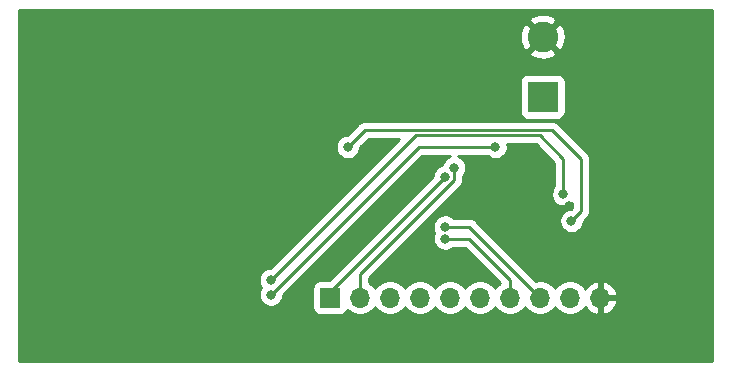
<source format=gbl>
G04 #@! TF.GenerationSoftware,KiCad,Pcbnew,(5.1.5-0)*
G04 #@! TF.CreationDate,2020-02-09T15:42:12-07:00*
G04 #@! TF.ProjectId,dac_proto,6461635f-7072-46f7-946f-2e6b69636164,rev?*
G04 #@! TF.SameCoordinates,Original*
G04 #@! TF.FileFunction,Copper,L2,Bot*
G04 #@! TF.FilePolarity,Positive*
%FSLAX46Y46*%
G04 Gerber Fmt 4.6, Leading zero omitted, Abs format (unit mm)*
G04 Created by KiCad (PCBNEW (5.1.5-0)) date 2020-02-09 15:42:12*
%MOMM*%
%LPD*%
G04 APERTURE LIST*
%ADD10C,2.600000*%
%ADD11R,2.600000X2.600000*%
%ADD12O,1.700000X1.700000*%
%ADD13R,1.700000X1.700000*%
%ADD14C,0.800000*%
%ADD15C,0.250000*%
%ADD16C,0.254000*%
G04 APERTURE END LIST*
D10*
X205000000Y-76920000D03*
D11*
X205000000Y-82000000D03*
D12*
X209860000Y-99000000D03*
X207320000Y-99000000D03*
X204780000Y-99000000D03*
X202240000Y-99000000D03*
X199700000Y-99000000D03*
X197160000Y-99000000D03*
X194620000Y-99000000D03*
X192080000Y-99000000D03*
X189540000Y-99000000D03*
D13*
X187000000Y-99000000D03*
D14*
X207250000Y-91250000D03*
X206750000Y-94000000D03*
X207444999Y-92500000D03*
X188500000Y-86250000D03*
X206750000Y-90250000D03*
X182000000Y-97500000D03*
X196750000Y-94000000D03*
X196750000Y-93000000D03*
X201000000Y-86250000D03*
X182000000Y-98750000D03*
X196750000Y-88750000D03*
X197500000Y-88000000D03*
D15*
X189950009Y-84799991D02*
X188500000Y-86250000D01*
X205799991Y-84799991D02*
X189950009Y-84799991D01*
X208250000Y-87250000D02*
X205799991Y-84799991D01*
X208250000Y-91694999D02*
X208250000Y-87250000D01*
X207444999Y-92500000D02*
X208250000Y-91694999D01*
X182000000Y-97500000D02*
X194250000Y-85250000D01*
X194250000Y-85250000D02*
X204750000Y-85250000D01*
X206750000Y-87250000D02*
X206750000Y-90250000D01*
X204750000Y-85250000D02*
X206750000Y-87250000D01*
X196750000Y-94000000D02*
X198750000Y-94000000D01*
X202240000Y-97490000D02*
X202240000Y-99000000D01*
X198750000Y-94000000D02*
X202240000Y-97490000D01*
X198780000Y-93000000D02*
X204780000Y-99000000D01*
X196750000Y-93000000D02*
X198780000Y-93000000D01*
X194500000Y-86250000D02*
X182000000Y-98750000D01*
X201000000Y-86250000D02*
X194500000Y-86250000D01*
X187000000Y-98500000D02*
X187000000Y-99000000D01*
X196750000Y-88750000D02*
X187000000Y-98500000D01*
X189540000Y-97033002D02*
X189540000Y-99000000D01*
X197500000Y-89073002D02*
X189540000Y-97033002D01*
X197500000Y-88000000D02*
X197500000Y-89073002D01*
D16*
G36*
X219340001Y-104340000D02*
G01*
X160660000Y-104340000D01*
X160660000Y-97398061D01*
X180965000Y-97398061D01*
X180965000Y-97601939D01*
X181004774Y-97801898D01*
X181082795Y-97990256D01*
X181172828Y-98125000D01*
X181082795Y-98259744D01*
X181004774Y-98448102D01*
X180965000Y-98648061D01*
X180965000Y-98851939D01*
X181004774Y-99051898D01*
X181082795Y-99240256D01*
X181196063Y-99409774D01*
X181340226Y-99553937D01*
X181509744Y-99667205D01*
X181698102Y-99745226D01*
X181898061Y-99785000D01*
X182101939Y-99785000D01*
X182301898Y-99745226D01*
X182490256Y-99667205D01*
X182659774Y-99553937D01*
X182803937Y-99409774D01*
X182917205Y-99240256D01*
X182995226Y-99051898D01*
X183035000Y-98851939D01*
X183035000Y-98789801D01*
X194814802Y-87010000D01*
X197185485Y-87010000D01*
X197009744Y-87082795D01*
X196840226Y-87196063D01*
X196696063Y-87340226D01*
X196582795Y-87509744D01*
X196504774Y-87698102D01*
X196495372Y-87745372D01*
X196448102Y-87754774D01*
X196259744Y-87832795D01*
X196090226Y-87946063D01*
X195946063Y-88090226D01*
X195832795Y-88259744D01*
X195754774Y-88448102D01*
X195715000Y-88648061D01*
X195715000Y-88710198D01*
X186913271Y-97511928D01*
X186150000Y-97511928D01*
X186025518Y-97524188D01*
X185905820Y-97560498D01*
X185795506Y-97619463D01*
X185698815Y-97698815D01*
X185619463Y-97795506D01*
X185560498Y-97905820D01*
X185524188Y-98025518D01*
X185511928Y-98150000D01*
X185511928Y-99850000D01*
X185524188Y-99974482D01*
X185560498Y-100094180D01*
X185619463Y-100204494D01*
X185698815Y-100301185D01*
X185795506Y-100380537D01*
X185905820Y-100439502D01*
X186025518Y-100475812D01*
X186150000Y-100488072D01*
X187850000Y-100488072D01*
X187974482Y-100475812D01*
X188094180Y-100439502D01*
X188204494Y-100380537D01*
X188301185Y-100301185D01*
X188380537Y-100204494D01*
X188439502Y-100094180D01*
X188461513Y-100021620D01*
X188593368Y-100153475D01*
X188836589Y-100315990D01*
X189106842Y-100427932D01*
X189393740Y-100485000D01*
X189686260Y-100485000D01*
X189973158Y-100427932D01*
X190243411Y-100315990D01*
X190486632Y-100153475D01*
X190693475Y-99946632D01*
X190810000Y-99772240D01*
X190926525Y-99946632D01*
X191133368Y-100153475D01*
X191376589Y-100315990D01*
X191646842Y-100427932D01*
X191933740Y-100485000D01*
X192226260Y-100485000D01*
X192513158Y-100427932D01*
X192783411Y-100315990D01*
X193026632Y-100153475D01*
X193233475Y-99946632D01*
X193350000Y-99772240D01*
X193466525Y-99946632D01*
X193673368Y-100153475D01*
X193916589Y-100315990D01*
X194186842Y-100427932D01*
X194473740Y-100485000D01*
X194766260Y-100485000D01*
X195053158Y-100427932D01*
X195323411Y-100315990D01*
X195566632Y-100153475D01*
X195773475Y-99946632D01*
X195890000Y-99772240D01*
X196006525Y-99946632D01*
X196213368Y-100153475D01*
X196456589Y-100315990D01*
X196726842Y-100427932D01*
X197013740Y-100485000D01*
X197306260Y-100485000D01*
X197593158Y-100427932D01*
X197863411Y-100315990D01*
X198106632Y-100153475D01*
X198313475Y-99946632D01*
X198430000Y-99772240D01*
X198546525Y-99946632D01*
X198753368Y-100153475D01*
X198996589Y-100315990D01*
X199266842Y-100427932D01*
X199553740Y-100485000D01*
X199846260Y-100485000D01*
X200133158Y-100427932D01*
X200403411Y-100315990D01*
X200646632Y-100153475D01*
X200853475Y-99946632D01*
X200970000Y-99772240D01*
X201086525Y-99946632D01*
X201293368Y-100153475D01*
X201536589Y-100315990D01*
X201806842Y-100427932D01*
X202093740Y-100485000D01*
X202386260Y-100485000D01*
X202673158Y-100427932D01*
X202943411Y-100315990D01*
X203186632Y-100153475D01*
X203393475Y-99946632D01*
X203510000Y-99772240D01*
X203626525Y-99946632D01*
X203833368Y-100153475D01*
X204076589Y-100315990D01*
X204346842Y-100427932D01*
X204633740Y-100485000D01*
X204926260Y-100485000D01*
X205213158Y-100427932D01*
X205483411Y-100315990D01*
X205726632Y-100153475D01*
X205933475Y-99946632D01*
X206050000Y-99772240D01*
X206166525Y-99946632D01*
X206373368Y-100153475D01*
X206616589Y-100315990D01*
X206886842Y-100427932D01*
X207173740Y-100485000D01*
X207466260Y-100485000D01*
X207753158Y-100427932D01*
X208023411Y-100315990D01*
X208266632Y-100153475D01*
X208473475Y-99946632D01*
X208595195Y-99764466D01*
X208664822Y-99881355D01*
X208859731Y-100097588D01*
X209093080Y-100271641D01*
X209355901Y-100396825D01*
X209503110Y-100441476D01*
X209733000Y-100320155D01*
X209733000Y-99127000D01*
X209987000Y-99127000D01*
X209987000Y-100320155D01*
X210216890Y-100441476D01*
X210364099Y-100396825D01*
X210626920Y-100271641D01*
X210860269Y-100097588D01*
X211055178Y-99881355D01*
X211204157Y-99631252D01*
X211301481Y-99356891D01*
X211180814Y-99127000D01*
X209987000Y-99127000D01*
X209733000Y-99127000D01*
X209713000Y-99127000D01*
X209713000Y-98873000D01*
X209733000Y-98873000D01*
X209733000Y-97679845D01*
X209987000Y-97679845D01*
X209987000Y-98873000D01*
X211180814Y-98873000D01*
X211301481Y-98643109D01*
X211204157Y-98368748D01*
X211055178Y-98118645D01*
X210860269Y-97902412D01*
X210626920Y-97728359D01*
X210364099Y-97603175D01*
X210216890Y-97558524D01*
X209987000Y-97679845D01*
X209733000Y-97679845D01*
X209503110Y-97558524D01*
X209355901Y-97603175D01*
X209093080Y-97728359D01*
X208859731Y-97902412D01*
X208664822Y-98118645D01*
X208595195Y-98235534D01*
X208473475Y-98053368D01*
X208266632Y-97846525D01*
X208023411Y-97684010D01*
X207753158Y-97572068D01*
X207466260Y-97515000D01*
X207173740Y-97515000D01*
X206886842Y-97572068D01*
X206616589Y-97684010D01*
X206373368Y-97846525D01*
X206166525Y-98053368D01*
X206050000Y-98227760D01*
X205933475Y-98053368D01*
X205726632Y-97846525D01*
X205483411Y-97684010D01*
X205213158Y-97572068D01*
X204926260Y-97515000D01*
X204633740Y-97515000D01*
X204413593Y-97558790D01*
X199343804Y-92489003D01*
X199320001Y-92459999D01*
X199204276Y-92365026D01*
X199072247Y-92294454D01*
X198928986Y-92250997D01*
X198817333Y-92240000D01*
X198817322Y-92240000D01*
X198780000Y-92236324D01*
X198742678Y-92240000D01*
X197453711Y-92240000D01*
X197409774Y-92196063D01*
X197240256Y-92082795D01*
X197051898Y-92004774D01*
X196851939Y-91965000D01*
X196648061Y-91965000D01*
X196448102Y-92004774D01*
X196259744Y-92082795D01*
X196090226Y-92196063D01*
X195946063Y-92340226D01*
X195832795Y-92509744D01*
X195754774Y-92698102D01*
X195715000Y-92898061D01*
X195715000Y-93101939D01*
X195754774Y-93301898D01*
X195832795Y-93490256D01*
X195839306Y-93500000D01*
X195832795Y-93509744D01*
X195754774Y-93698102D01*
X195715000Y-93898061D01*
X195715000Y-94101939D01*
X195754774Y-94301898D01*
X195832795Y-94490256D01*
X195946063Y-94659774D01*
X196090226Y-94803937D01*
X196259744Y-94917205D01*
X196448102Y-94995226D01*
X196648061Y-95035000D01*
X196851939Y-95035000D01*
X197051898Y-94995226D01*
X197240256Y-94917205D01*
X197409774Y-94803937D01*
X197453711Y-94760000D01*
X198435199Y-94760000D01*
X201430257Y-97755059D01*
X201293368Y-97846525D01*
X201086525Y-98053368D01*
X200970000Y-98227760D01*
X200853475Y-98053368D01*
X200646632Y-97846525D01*
X200403411Y-97684010D01*
X200133158Y-97572068D01*
X199846260Y-97515000D01*
X199553740Y-97515000D01*
X199266842Y-97572068D01*
X198996589Y-97684010D01*
X198753368Y-97846525D01*
X198546525Y-98053368D01*
X198430000Y-98227760D01*
X198313475Y-98053368D01*
X198106632Y-97846525D01*
X197863411Y-97684010D01*
X197593158Y-97572068D01*
X197306260Y-97515000D01*
X197013740Y-97515000D01*
X196726842Y-97572068D01*
X196456589Y-97684010D01*
X196213368Y-97846525D01*
X196006525Y-98053368D01*
X195890000Y-98227760D01*
X195773475Y-98053368D01*
X195566632Y-97846525D01*
X195323411Y-97684010D01*
X195053158Y-97572068D01*
X194766260Y-97515000D01*
X194473740Y-97515000D01*
X194186842Y-97572068D01*
X193916589Y-97684010D01*
X193673368Y-97846525D01*
X193466525Y-98053368D01*
X193350000Y-98227760D01*
X193233475Y-98053368D01*
X193026632Y-97846525D01*
X192783411Y-97684010D01*
X192513158Y-97572068D01*
X192226260Y-97515000D01*
X191933740Y-97515000D01*
X191646842Y-97572068D01*
X191376589Y-97684010D01*
X191133368Y-97846525D01*
X190926525Y-98053368D01*
X190810000Y-98227760D01*
X190693475Y-98053368D01*
X190486632Y-97846525D01*
X190300000Y-97721822D01*
X190300000Y-97347803D01*
X198011003Y-89636801D01*
X198040001Y-89613003D01*
X198088475Y-89553937D01*
X198134974Y-89497279D01*
X198205546Y-89365249D01*
X198249003Y-89221988D01*
X198260000Y-89110335D01*
X198260000Y-89110325D01*
X198263676Y-89073002D01*
X198260000Y-89035679D01*
X198260000Y-88703711D01*
X198303937Y-88659774D01*
X198417205Y-88490256D01*
X198495226Y-88301898D01*
X198535000Y-88101939D01*
X198535000Y-87898061D01*
X198495226Y-87698102D01*
X198417205Y-87509744D01*
X198303937Y-87340226D01*
X198159774Y-87196063D01*
X197990256Y-87082795D01*
X197814515Y-87010000D01*
X200296289Y-87010000D01*
X200340226Y-87053937D01*
X200509744Y-87167205D01*
X200698102Y-87245226D01*
X200898061Y-87285000D01*
X201101939Y-87285000D01*
X201301898Y-87245226D01*
X201490256Y-87167205D01*
X201659774Y-87053937D01*
X201803937Y-86909774D01*
X201917205Y-86740256D01*
X201995226Y-86551898D01*
X202035000Y-86351939D01*
X202035000Y-86148061D01*
X202007538Y-86010000D01*
X204435199Y-86010000D01*
X205990000Y-87564802D01*
X205990001Y-89546288D01*
X205946063Y-89590226D01*
X205832795Y-89759744D01*
X205754774Y-89948102D01*
X205715000Y-90148061D01*
X205715000Y-90351939D01*
X205754774Y-90551898D01*
X205832795Y-90740256D01*
X205946063Y-90909774D01*
X206090226Y-91053937D01*
X206259744Y-91167205D01*
X206448102Y-91245226D01*
X206648061Y-91285000D01*
X206851939Y-91285000D01*
X207051898Y-91245226D01*
X207240256Y-91167205D01*
X207409774Y-91053937D01*
X207490000Y-90973711D01*
X207490000Y-91380197D01*
X207405197Y-91465000D01*
X207343060Y-91465000D01*
X207143101Y-91504774D01*
X206954743Y-91582795D01*
X206785225Y-91696063D01*
X206641062Y-91840226D01*
X206527794Y-92009744D01*
X206449773Y-92198102D01*
X206409999Y-92398061D01*
X206409999Y-92601939D01*
X206449773Y-92801898D01*
X206527794Y-92990256D01*
X206641062Y-93159774D01*
X206785225Y-93303937D01*
X206954743Y-93417205D01*
X207143101Y-93495226D01*
X207343060Y-93535000D01*
X207546938Y-93535000D01*
X207746897Y-93495226D01*
X207935255Y-93417205D01*
X208104773Y-93303937D01*
X208248936Y-93159774D01*
X208362204Y-92990256D01*
X208440225Y-92801898D01*
X208479999Y-92601939D01*
X208479999Y-92539802D01*
X208761004Y-92258797D01*
X208790001Y-92235000D01*
X208884974Y-92119275D01*
X208955546Y-91987246D01*
X208999003Y-91843985D01*
X209010000Y-91732332D01*
X209010000Y-91732323D01*
X209013676Y-91695000D01*
X209010000Y-91657677D01*
X209010000Y-87287323D01*
X209013676Y-87250000D01*
X209010000Y-87212677D01*
X209010000Y-87212667D01*
X208999003Y-87101014D01*
X208955546Y-86957753D01*
X208954366Y-86955546D01*
X208884974Y-86825723D01*
X208813799Y-86738997D01*
X208790001Y-86709999D01*
X208761003Y-86686201D01*
X206363795Y-84288994D01*
X206339992Y-84259990D01*
X206224267Y-84165017D01*
X206092238Y-84094445D01*
X205948977Y-84050988D01*
X205837324Y-84039991D01*
X205837313Y-84039991D01*
X205799991Y-84036315D01*
X205762669Y-84039991D01*
X189987331Y-84039991D01*
X189950008Y-84036315D01*
X189912685Y-84039991D01*
X189912676Y-84039991D01*
X189801023Y-84050988D01*
X189657762Y-84094445D01*
X189525733Y-84165017D01*
X189525731Y-84165018D01*
X189525732Y-84165018D01*
X189439005Y-84236192D01*
X189439001Y-84236196D01*
X189410008Y-84259990D01*
X189386214Y-84288983D01*
X188460198Y-85215000D01*
X188398061Y-85215000D01*
X188198102Y-85254774D01*
X188009744Y-85332795D01*
X187840226Y-85446063D01*
X187696063Y-85590226D01*
X187582795Y-85759744D01*
X187504774Y-85948102D01*
X187465000Y-86148061D01*
X187465000Y-86351939D01*
X187504774Y-86551898D01*
X187582795Y-86740256D01*
X187696063Y-86909774D01*
X187840226Y-87053937D01*
X188009744Y-87167205D01*
X188198102Y-87245226D01*
X188398061Y-87285000D01*
X188601939Y-87285000D01*
X188801898Y-87245226D01*
X188990256Y-87167205D01*
X189159774Y-87053937D01*
X189303937Y-86909774D01*
X189417205Y-86740256D01*
X189495226Y-86551898D01*
X189535000Y-86351939D01*
X189535000Y-86289802D01*
X190264812Y-85559991D01*
X192865207Y-85559991D01*
X181960199Y-96465000D01*
X181898061Y-96465000D01*
X181698102Y-96504774D01*
X181509744Y-96582795D01*
X181340226Y-96696063D01*
X181196063Y-96840226D01*
X181082795Y-97009744D01*
X181004774Y-97198102D01*
X180965000Y-97398061D01*
X160660000Y-97398061D01*
X160660000Y-80700000D01*
X203061928Y-80700000D01*
X203061928Y-83300000D01*
X203074188Y-83424482D01*
X203110498Y-83544180D01*
X203169463Y-83654494D01*
X203248815Y-83751185D01*
X203345506Y-83830537D01*
X203455820Y-83889502D01*
X203575518Y-83925812D01*
X203700000Y-83938072D01*
X206300000Y-83938072D01*
X206424482Y-83925812D01*
X206544180Y-83889502D01*
X206654494Y-83830537D01*
X206751185Y-83751185D01*
X206830537Y-83654494D01*
X206889502Y-83544180D01*
X206925812Y-83424482D01*
X206938072Y-83300000D01*
X206938072Y-80700000D01*
X206925812Y-80575518D01*
X206889502Y-80455820D01*
X206830537Y-80345506D01*
X206751185Y-80248815D01*
X206654494Y-80169463D01*
X206544180Y-80110498D01*
X206424482Y-80074188D01*
X206300000Y-80061928D01*
X203700000Y-80061928D01*
X203575518Y-80074188D01*
X203455820Y-80110498D01*
X203345506Y-80169463D01*
X203248815Y-80248815D01*
X203169463Y-80345506D01*
X203110498Y-80455820D01*
X203074188Y-80575518D01*
X203061928Y-80700000D01*
X160660000Y-80700000D01*
X160660000Y-78269224D01*
X203830381Y-78269224D01*
X203962317Y-78564312D01*
X204303045Y-78735159D01*
X204670557Y-78836250D01*
X205050729Y-78863701D01*
X205428951Y-78816457D01*
X205790690Y-78696333D01*
X206037683Y-78564312D01*
X206169619Y-78269224D01*
X205000000Y-77099605D01*
X203830381Y-78269224D01*
X160660000Y-78269224D01*
X160660000Y-76970729D01*
X203056299Y-76970729D01*
X203103543Y-77348951D01*
X203223667Y-77710690D01*
X203355688Y-77957683D01*
X203650776Y-78089619D01*
X204820395Y-76920000D01*
X205179605Y-76920000D01*
X206349224Y-78089619D01*
X206644312Y-77957683D01*
X206815159Y-77616955D01*
X206916250Y-77249443D01*
X206943701Y-76869271D01*
X206896457Y-76491049D01*
X206776333Y-76129310D01*
X206644312Y-75882317D01*
X206349224Y-75750381D01*
X205179605Y-76920000D01*
X204820395Y-76920000D01*
X203650776Y-75750381D01*
X203355688Y-75882317D01*
X203184841Y-76223045D01*
X203083750Y-76590557D01*
X203056299Y-76970729D01*
X160660000Y-76970729D01*
X160660000Y-75570776D01*
X203830381Y-75570776D01*
X205000000Y-76740395D01*
X206169619Y-75570776D01*
X206037683Y-75275688D01*
X205696955Y-75104841D01*
X205329443Y-75003750D01*
X204949271Y-74976299D01*
X204571049Y-75023543D01*
X204209310Y-75143667D01*
X203962317Y-75275688D01*
X203830381Y-75570776D01*
X160660000Y-75570776D01*
X160660000Y-74660000D01*
X219340000Y-74660000D01*
X219340001Y-104340000D01*
G37*
X219340001Y-104340000D02*
X160660000Y-104340000D01*
X160660000Y-97398061D01*
X180965000Y-97398061D01*
X180965000Y-97601939D01*
X181004774Y-97801898D01*
X181082795Y-97990256D01*
X181172828Y-98125000D01*
X181082795Y-98259744D01*
X181004774Y-98448102D01*
X180965000Y-98648061D01*
X180965000Y-98851939D01*
X181004774Y-99051898D01*
X181082795Y-99240256D01*
X181196063Y-99409774D01*
X181340226Y-99553937D01*
X181509744Y-99667205D01*
X181698102Y-99745226D01*
X181898061Y-99785000D01*
X182101939Y-99785000D01*
X182301898Y-99745226D01*
X182490256Y-99667205D01*
X182659774Y-99553937D01*
X182803937Y-99409774D01*
X182917205Y-99240256D01*
X182995226Y-99051898D01*
X183035000Y-98851939D01*
X183035000Y-98789801D01*
X194814802Y-87010000D01*
X197185485Y-87010000D01*
X197009744Y-87082795D01*
X196840226Y-87196063D01*
X196696063Y-87340226D01*
X196582795Y-87509744D01*
X196504774Y-87698102D01*
X196495372Y-87745372D01*
X196448102Y-87754774D01*
X196259744Y-87832795D01*
X196090226Y-87946063D01*
X195946063Y-88090226D01*
X195832795Y-88259744D01*
X195754774Y-88448102D01*
X195715000Y-88648061D01*
X195715000Y-88710198D01*
X186913271Y-97511928D01*
X186150000Y-97511928D01*
X186025518Y-97524188D01*
X185905820Y-97560498D01*
X185795506Y-97619463D01*
X185698815Y-97698815D01*
X185619463Y-97795506D01*
X185560498Y-97905820D01*
X185524188Y-98025518D01*
X185511928Y-98150000D01*
X185511928Y-99850000D01*
X185524188Y-99974482D01*
X185560498Y-100094180D01*
X185619463Y-100204494D01*
X185698815Y-100301185D01*
X185795506Y-100380537D01*
X185905820Y-100439502D01*
X186025518Y-100475812D01*
X186150000Y-100488072D01*
X187850000Y-100488072D01*
X187974482Y-100475812D01*
X188094180Y-100439502D01*
X188204494Y-100380537D01*
X188301185Y-100301185D01*
X188380537Y-100204494D01*
X188439502Y-100094180D01*
X188461513Y-100021620D01*
X188593368Y-100153475D01*
X188836589Y-100315990D01*
X189106842Y-100427932D01*
X189393740Y-100485000D01*
X189686260Y-100485000D01*
X189973158Y-100427932D01*
X190243411Y-100315990D01*
X190486632Y-100153475D01*
X190693475Y-99946632D01*
X190810000Y-99772240D01*
X190926525Y-99946632D01*
X191133368Y-100153475D01*
X191376589Y-100315990D01*
X191646842Y-100427932D01*
X191933740Y-100485000D01*
X192226260Y-100485000D01*
X192513158Y-100427932D01*
X192783411Y-100315990D01*
X193026632Y-100153475D01*
X193233475Y-99946632D01*
X193350000Y-99772240D01*
X193466525Y-99946632D01*
X193673368Y-100153475D01*
X193916589Y-100315990D01*
X194186842Y-100427932D01*
X194473740Y-100485000D01*
X194766260Y-100485000D01*
X195053158Y-100427932D01*
X195323411Y-100315990D01*
X195566632Y-100153475D01*
X195773475Y-99946632D01*
X195890000Y-99772240D01*
X196006525Y-99946632D01*
X196213368Y-100153475D01*
X196456589Y-100315990D01*
X196726842Y-100427932D01*
X197013740Y-100485000D01*
X197306260Y-100485000D01*
X197593158Y-100427932D01*
X197863411Y-100315990D01*
X198106632Y-100153475D01*
X198313475Y-99946632D01*
X198430000Y-99772240D01*
X198546525Y-99946632D01*
X198753368Y-100153475D01*
X198996589Y-100315990D01*
X199266842Y-100427932D01*
X199553740Y-100485000D01*
X199846260Y-100485000D01*
X200133158Y-100427932D01*
X200403411Y-100315990D01*
X200646632Y-100153475D01*
X200853475Y-99946632D01*
X200970000Y-99772240D01*
X201086525Y-99946632D01*
X201293368Y-100153475D01*
X201536589Y-100315990D01*
X201806842Y-100427932D01*
X202093740Y-100485000D01*
X202386260Y-100485000D01*
X202673158Y-100427932D01*
X202943411Y-100315990D01*
X203186632Y-100153475D01*
X203393475Y-99946632D01*
X203510000Y-99772240D01*
X203626525Y-99946632D01*
X203833368Y-100153475D01*
X204076589Y-100315990D01*
X204346842Y-100427932D01*
X204633740Y-100485000D01*
X204926260Y-100485000D01*
X205213158Y-100427932D01*
X205483411Y-100315990D01*
X205726632Y-100153475D01*
X205933475Y-99946632D01*
X206050000Y-99772240D01*
X206166525Y-99946632D01*
X206373368Y-100153475D01*
X206616589Y-100315990D01*
X206886842Y-100427932D01*
X207173740Y-100485000D01*
X207466260Y-100485000D01*
X207753158Y-100427932D01*
X208023411Y-100315990D01*
X208266632Y-100153475D01*
X208473475Y-99946632D01*
X208595195Y-99764466D01*
X208664822Y-99881355D01*
X208859731Y-100097588D01*
X209093080Y-100271641D01*
X209355901Y-100396825D01*
X209503110Y-100441476D01*
X209733000Y-100320155D01*
X209733000Y-99127000D01*
X209987000Y-99127000D01*
X209987000Y-100320155D01*
X210216890Y-100441476D01*
X210364099Y-100396825D01*
X210626920Y-100271641D01*
X210860269Y-100097588D01*
X211055178Y-99881355D01*
X211204157Y-99631252D01*
X211301481Y-99356891D01*
X211180814Y-99127000D01*
X209987000Y-99127000D01*
X209733000Y-99127000D01*
X209713000Y-99127000D01*
X209713000Y-98873000D01*
X209733000Y-98873000D01*
X209733000Y-97679845D01*
X209987000Y-97679845D01*
X209987000Y-98873000D01*
X211180814Y-98873000D01*
X211301481Y-98643109D01*
X211204157Y-98368748D01*
X211055178Y-98118645D01*
X210860269Y-97902412D01*
X210626920Y-97728359D01*
X210364099Y-97603175D01*
X210216890Y-97558524D01*
X209987000Y-97679845D01*
X209733000Y-97679845D01*
X209503110Y-97558524D01*
X209355901Y-97603175D01*
X209093080Y-97728359D01*
X208859731Y-97902412D01*
X208664822Y-98118645D01*
X208595195Y-98235534D01*
X208473475Y-98053368D01*
X208266632Y-97846525D01*
X208023411Y-97684010D01*
X207753158Y-97572068D01*
X207466260Y-97515000D01*
X207173740Y-97515000D01*
X206886842Y-97572068D01*
X206616589Y-97684010D01*
X206373368Y-97846525D01*
X206166525Y-98053368D01*
X206050000Y-98227760D01*
X205933475Y-98053368D01*
X205726632Y-97846525D01*
X205483411Y-97684010D01*
X205213158Y-97572068D01*
X204926260Y-97515000D01*
X204633740Y-97515000D01*
X204413593Y-97558790D01*
X199343804Y-92489003D01*
X199320001Y-92459999D01*
X199204276Y-92365026D01*
X199072247Y-92294454D01*
X198928986Y-92250997D01*
X198817333Y-92240000D01*
X198817322Y-92240000D01*
X198780000Y-92236324D01*
X198742678Y-92240000D01*
X197453711Y-92240000D01*
X197409774Y-92196063D01*
X197240256Y-92082795D01*
X197051898Y-92004774D01*
X196851939Y-91965000D01*
X196648061Y-91965000D01*
X196448102Y-92004774D01*
X196259744Y-92082795D01*
X196090226Y-92196063D01*
X195946063Y-92340226D01*
X195832795Y-92509744D01*
X195754774Y-92698102D01*
X195715000Y-92898061D01*
X195715000Y-93101939D01*
X195754774Y-93301898D01*
X195832795Y-93490256D01*
X195839306Y-93500000D01*
X195832795Y-93509744D01*
X195754774Y-93698102D01*
X195715000Y-93898061D01*
X195715000Y-94101939D01*
X195754774Y-94301898D01*
X195832795Y-94490256D01*
X195946063Y-94659774D01*
X196090226Y-94803937D01*
X196259744Y-94917205D01*
X196448102Y-94995226D01*
X196648061Y-95035000D01*
X196851939Y-95035000D01*
X197051898Y-94995226D01*
X197240256Y-94917205D01*
X197409774Y-94803937D01*
X197453711Y-94760000D01*
X198435199Y-94760000D01*
X201430257Y-97755059D01*
X201293368Y-97846525D01*
X201086525Y-98053368D01*
X200970000Y-98227760D01*
X200853475Y-98053368D01*
X200646632Y-97846525D01*
X200403411Y-97684010D01*
X200133158Y-97572068D01*
X199846260Y-97515000D01*
X199553740Y-97515000D01*
X199266842Y-97572068D01*
X198996589Y-97684010D01*
X198753368Y-97846525D01*
X198546525Y-98053368D01*
X198430000Y-98227760D01*
X198313475Y-98053368D01*
X198106632Y-97846525D01*
X197863411Y-97684010D01*
X197593158Y-97572068D01*
X197306260Y-97515000D01*
X197013740Y-97515000D01*
X196726842Y-97572068D01*
X196456589Y-97684010D01*
X196213368Y-97846525D01*
X196006525Y-98053368D01*
X195890000Y-98227760D01*
X195773475Y-98053368D01*
X195566632Y-97846525D01*
X195323411Y-97684010D01*
X195053158Y-97572068D01*
X194766260Y-97515000D01*
X194473740Y-97515000D01*
X194186842Y-97572068D01*
X193916589Y-97684010D01*
X193673368Y-97846525D01*
X193466525Y-98053368D01*
X193350000Y-98227760D01*
X193233475Y-98053368D01*
X193026632Y-97846525D01*
X192783411Y-97684010D01*
X192513158Y-97572068D01*
X192226260Y-97515000D01*
X191933740Y-97515000D01*
X191646842Y-97572068D01*
X191376589Y-97684010D01*
X191133368Y-97846525D01*
X190926525Y-98053368D01*
X190810000Y-98227760D01*
X190693475Y-98053368D01*
X190486632Y-97846525D01*
X190300000Y-97721822D01*
X190300000Y-97347803D01*
X198011003Y-89636801D01*
X198040001Y-89613003D01*
X198088475Y-89553937D01*
X198134974Y-89497279D01*
X198205546Y-89365249D01*
X198249003Y-89221988D01*
X198260000Y-89110335D01*
X198260000Y-89110325D01*
X198263676Y-89073002D01*
X198260000Y-89035679D01*
X198260000Y-88703711D01*
X198303937Y-88659774D01*
X198417205Y-88490256D01*
X198495226Y-88301898D01*
X198535000Y-88101939D01*
X198535000Y-87898061D01*
X198495226Y-87698102D01*
X198417205Y-87509744D01*
X198303937Y-87340226D01*
X198159774Y-87196063D01*
X197990256Y-87082795D01*
X197814515Y-87010000D01*
X200296289Y-87010000D01*
X200340226Y-87053937D01*
X200509744Y-87167205D01*
X200698102Y-87245226D01*
X200898061Y-87285000D01*
X201101939Y-87285000D01*
X201301898Y-87245226D01*
X201490256Y-87167205D01*
X201659774Y-87053937D01*
X201803937Y-86909774D01*
X201917205Y-86740256D01*
X201995226Y-86551898D01*
X202035000Y-86351939D01*
X202035000Y-86148061D01*
X202007538Y-86010000D01*
X204435199Y-86010000D01*
X205990000Y-87564802D01*
X205990001Y-89546288D01*
X205946063Y-89590226D01*
X205832795Y-89759744D01*
X205754774Y-89948102D01*
X205715000Y-90148061D01*
X205715000Y-90351939D01*
X205754774Y-90551898D01*
X205832795Y-90740256D01*
X205946063Y-90909774D01*
X206090226Y-91053937D01*
X206259744Y-91167205D01*
X206448102Y-91245226D01*
X206648061Y-91285000D01*
X206851939Y-91285000D01*
X207051898Y-91245226D01*
X207240256Y-91167205D01*
X207409774Y-91053937D01*
X207490000Y-90973711D01*
X207490000Y-91380197D01*
X207405197Y-91465000D01*
X207343060Y-91465000D01*
X207143101Y-91504774D01*
X206954743Y-91582795D01*
X206785225Y-91696063D01*
X206641062Y-91840226D01*
X206527794Y-92009744D01*
X206449773Y-92198102D01*
X206409999Y-92398061D01*
X206409999Y-92601939D01*
X206449773Y-92801898D01*
X206527794Y-92990256D01*
X206641062Y-93159774D01*
X206785225Y-93303937D01*
X206954743Y-93417205D01*
X207143101Y-93495226D01*
X207343060Y-93535000D01*
X207546938Y-93535000D01*
X207746897Y-93495226D01*
X207935255Y-93417205D01*
X208104773Y-93303937D01*
X208248936Y-93159774D01*
X208362204Y-92990256D01*
X208440225Y-92801898D01*
X208479999Y-92601939D01*
X208479999Y-92539802D01*
X208761004Y-92258797D01*
X208790001Y-92235000D01*
X208884974Y-92119275D01*
X208955546Y-91987246D01*
X208999003Y-91843985D01*
X209010000Y-91732332D01*
X209010000Y-91732323D01*
X209013676Y-91695000D01*
X209010000Y-91657677D01*
X209010000Y-87287323D01*
X209013676Y-87250000D01*
X209010000Y-87212677D01*
X209010000Y-87212667D01*
X208999003Y-87101014D01*
X208955546Y-86957753D01*
X208954366Y-86955546D01*
X208884974Y-86825723D01*
X208813799Y-86738997D01*
X208790001Y-86709999D01*
X208761003Y-86686201D01*
X206363795Y-84288994D01*
X206339992Y-84259990D01*
X206224267Y-84165017D01*
X206092238Y-84094445D01*
X205948977Y-84050988D01*
X205837324Y-84039991D01*
X205837313Y-84039991D01*
X205799991Y-84036315D01*
X205762669Y-84039991D01*
X189987331Y-84039991D01*
X189950008Y-84036315D01*
X189912685Y-84039991D01*
X189912676Y-84039991D01*
X189801023Y-84050988D01*
X189657762Y-84094445D01*
X189525733Y-84165017D01*
X189525731Y-84165018D01*
X189525732Y-84165018D01*
X189439005Y-84236192D01*
X189439001Y-84236196D01*
X189410008Y-84259990D01*
X189386214Y-84288983D01*
X188460198Y-85215000D01*
X188398061Y-85215000D01*
X188198102Y-85254774D01*
X188009744Y-85332795D01*
X187840226Y-85446063D01*
X187696063Y-85590226D01*
X187582795Y-85759744D01*
X187504774Y-85948102D01*
X187465000Y-86148061D01*
X187465000Y-86351939D01*
X187504774Y-86551898D01*
X187582795Y-86740256D01*
X187696063Y-86909774D01*
X187840226Y-87053937D01*
X188009744Y-87167205D01*
X188198102Y-87245226D01*
X188398061Y-87285000D01*
X188601939Y-87285000D01*
X188801898Y-87245226D01*
X188990256Y-87167205D01*
X189159774Y-87053937D01*
X189303937Y-86909774D01*
X189417205Y-86740256D01*
X189495226Y-86551898D01*
X189535000Y-86351939D01*
X189535000Y-86289802D01*
X190264812Y-85559991D01*
X192865207Y-85559991D01*
X181960199Y-96465000D01*
X181898061Y-96465000D01*
X181698102Y-96504774D01*
X181509744Y-96582795D01*
X181340226Y-96696063D01*
X181196063Y-96840226D01*
X181082795Y-97009744D01*
X181004774Y-97198102D01*
X180965000Y-97398061D01*
X160660000Y-97398061D01*
X160660000Y-80700000D01*
X203061928Y-80700000D01*
X203061928Y-83300000D01*
X203074188Y-83424482D01*
X203110498Y-83544180D01*
X203169463Y-83654494D01*
X203248815Y-83751185D01*
X203345506Y-83830537D01*
X203455820Y-83889502D01*
X203575518Y-83925812D01*
X203700000Y-83938072D01*
X206300000Y-83938072D01*
X206424482Y-83925812D01*
X206544180Y-83889502D01*
X206654494Y-83830537D01*
X206751185Y-83751185D01*
X206830537Y-83654494D01*
X206889502Y-83544180D01*
X206925812Y-83424482D01*
X206938072Y-83300000D01*
X206938072Y-80700000D01*
X206925812Y-80575518D01*
X206889502Y-80455820D01*
X206830537Y-80345506D01*
X206751185Y-80248815D01*
X206654494Y-80169463D01*
X206544180Y-80110498D01*
X206424482Y-80074188D01*
X206300000Y-80061928D01*
X203700000Y-80061928D01*
X203575518Y-80074188D01*
X203455820Y-80110498D01*
X203345506Y-80169463D01*
X203248815Y-80248815D01*
X203169463Y-80345506D01*
X203110498Y-80455820D01*
X203074188Y-80575518D01*
X203061928Y-80700000D01*
X160660000Y-80700000D01*
X160660000Y-78269224D01*
X203830381Y-78269224D01*
X203962317Y-78564312D01*
X204303045Y-78735159D01*
X204670557Y-78836250D01*
X205050729Y-78863701D01*
X205428951Y-78816457D01*
X205790690Y-78696333D01*
X206037683Y-78564312D01*
X206169619Y-78269224D01*
X205000000Y-77099605D01*
X203830381Y-78269224D01*
X160660000Y-78269224D01*
X160660000Y-76970729D01*
X203056299Y-76970729D01*
X203103543Y-77348951D01*
X203223667Y-77710690D01*
X203355688Y-77957683D01*
X203650776Y-78089619D01*
X204820395Y-76920000D01*
X205179605Y-76920000D01*
X206349224Y-78089619D01*
X206644312Y-77957683D01*
X206815159Y-77616955D01*
X206916250Y-77249443D01*
X206943701Y-76869271D01*
X206896457Y-76491049D01*
X206776333Y-76129310D01*
X206644312Y-75882317D01*
X206349224Y-75750381D01*
X205179605Y-76920000D01*
X204820395Y-76920000D01*
X203650776Y-75750381D01*
X203355688Y-75882317D01*
X203184841Y-76223045D01*
X203083750Y-76590557D01*
X203056299Y-76970729D01*
X160660000Y-76970729D01*
X160660000Y-75570776D01*
X203830381Y-75570776D01*
X205000000Y-76740395D01*
X206169619Y-75570776D01*
X206037683Y-75275688D01*
X205696955Y-75104841D01*
X205329443Y-75003750D01*
X204949271Y-74976299D01*
X204571049Y-75023543D01*
X204209310Y-75143667D01*
X203962317Y-75275688D01*
X203830381Y-75570776D01*
X160660000Y-75570776D01*
X160660000Y-74660000D01*
X219340000Y-74660000D01*
X219340001Y-104340000D01*
M02*

</source>
